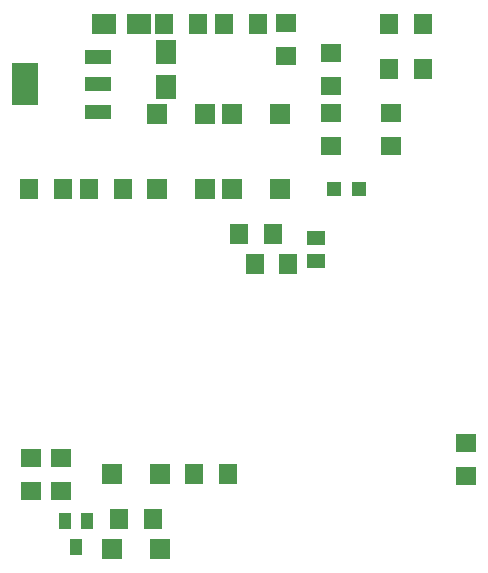
<source format=gtp>
G75*
%MOIN*%
%OFA0B0*%
%FSLAX25Y25*%
%IPPOS*%
%LPD*%
%AMOC8*
5,1,8,0,0,1.08239X$1,22.5*
%
%ADD10R,0.07087X0.06299*%
%ADD11R,0.08465X0.07087*%
%ADD12R,0.07087X0.08465*%
%ADD13R,0.07087X0.06693*%
%ADD14R,0.08799X0.04799*%
%ADD15R,0.08661X0.14173*%
%ADD16R,0.07098X0.06299*%
%ADD17R,0.06299X0.07098*%
%ADD18R,0.03937X0.05512*%
%ADD19R,0.04724X0.04724*%
%ADD20R,0.05906X0.05118*%
%ADD21R,0.06299X0.07087*%
D10*
X0046800Y0061288D03*
X0046800Y0072312D03*
X0191800Y0077312D03*
X0191800Y0066288D03*
D11*
X0082607Y0216800D03*
X0070993Y0216800D03*
D12*
X0091800Y0207607D03*
X0091800Y0195993D03*
D13*
X0088729Y0186800D03*
X0104871Y0186800D03*
X0113729Y0186800D03*
X0129871Y0186800D03*
X0129871Y0161800D03*
X0113729Y0161800D03*
X0104871Y0161800D03*
X0088729Y0161800D03*
X0089871Y0066800D03*
X0073729Y0066800D03*
X0073729Y0041800D03*
X0089871Y0041800D03*
D14*
X0069001Y0187702D03*
X0069001Y0196800D03*
X0069001Y0205898D03*
D15*
X0044599Y0196800D03*
D16*
X0131800Y0206202D03*
X0131800Y0217398D03*
X0146800Y0207398D03*
X0146800Y0196202D03*
X0146800Y0187398D03*
X0146800Y0176202D03*
X0166800Y0176202D03*
X0166800Y0187398D03*
X0056800Y0072398D03*
X0056800Y0061202D03*
D17*
X0076202Y0051800D03*
X0087398Y0051800D03*
X0101202Y0066800D03*
X0112398Y0066800D03*
X0116202Y0146800D03*
X0127398Y0146800D03*
X0077398Y0161800D03*
X0066202Y0161800D03*
X0057398Y0161800D03*
X0046202Y0161800D03*
X0091202Y0216800D03*
X0102398Y0216800D03*
X0111202Y0216800D03*
X0122398Y0216800D03*
X0166202Y0216800D03*
X0177398Y0216800D03*
X0177398Y0201800D03*
X0166202Y0201800D03*
D18*
X0058060Y0051131D03*
X0065540Y0051131D03*
X0061800Y0042469D03*
D19*
X0147666Y0161800D03*
X0155934Y0161800D03*
D20*
X0141800Y0145540D03*
X0141800Y0138060D03*
D21*
X0132312Y0136800D03*
X0121288Y0136800D03*
M02*

</source>
